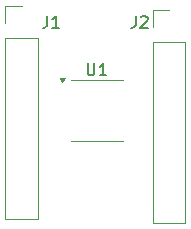
<source format=gbr>
%TF.GenerationSoftware,KiCad,Pcbnew,9.0.2*%
%TF.CreationDate,2025-05-30T20:37:56+08:00*%
%TF.ProjectId,magfire,6d616766-6972-4652-9e6b-696361645f70,rev?*%
%TF.SameCoordinates,Original*%
%TF.FileFunction,Legend,Top*%
%TF.FilePolarity,Positive*%
%FSLAX46Y46*%
G04 Gerber Fmt 4.6, Leading zero omitted, Abs format (unit mm)*
G04 Created by KiCad (PCBNEW 9.0.2) date 2025-05-30 20:37:56*
%MOMM*%
%LPD*%
G01*
G04 APERTURE LIST*
%ADD10C,0.150000*%
%ADD11C,0.120000*%
G04 APERTURE END LIST*
D10*
X151600595Y-102954819D02*
X151600595Y-103764342D01*
X151600595Y-103764342D02*
X151648214Y-103859580D01*
X151648214Y-103859580D02*
X151695833Y-103907200D01*
X151695833Y-103907200D02*
X151791071Y-103954819D01*
X151791071Y-103954819D02*
X151981547Y-103954819D01*
X151981547Y-103954819D02*
X152076785Y-103907200D01*
X152076785Y-103907200D02*
X152124404Y-103859580D01*
X152124404Y-103859580D02*
X152172023Y-103764342D01*
X152172023Y-103764342D02*
X152172023Y-102954819D01*
X153172023Y-103954819D02*
X152600595Y-103954819D01*
X152886309Y-103954819D02*
X152886309Y-102954819D01*
X152886309Y-102954819D02*
X152791071Y-103097676D01*
X152791071Y-103097676D02*
X152695833Y-103192914D01*
X152695833Y-103192914D02*
X152600595Y-103240533D01*
X155666666Y-98954819D02*
X155666666Y-99669104D01*
X155666666Y-99669104D02*
X155619047Y-99811961D01*
X155619047Y-99811961D02*
X155523809Y-99907200D01*
X155523809Y-99907200D02*
X155380952Y-99954819D01*
X155380952Y-99954819D02*
X155285714Y-99954819D01*
X156095238Y-99050057D02*
X156142857Y-99002438D01*
X156142857Y-99002438D02*
X156238095Y-98954819D01*
X156238095Y-98954819D02*
X156476190Y-98954819D01*
X156476190Y-98954819D02*
X156571428Y-99002438D01*
X156571428Y-99002438D02*
X156619047Y-99050057D01*
X156619047Y-99050057D02*
X156666666Y-99145295D01*
X156666666Y-99145295D02*
X156666666Y-99240533D01*
X156666666Y-99240533D02*
X156619047Y-99383390D01*
X156619047Y-99383390D02*
X156047619Y-99954819D01*
X156047619Y-99954819D02*
X156666666Y-99954819D01*
X148166666Y-98954819D02*
X148166666Y-99669104D01*
X148166666Y-99669104D02*
X148119047Y-99811961D01*
X148119047Y-99811961D02*
X148023809Y-99907200D01*
X148023809Y-99907200D02*
X147880952Y-99954819D01*
X147880952Y-99954819D02*
X147785714Y-99954819D01*
X149166666Y-99954819D02*
X148595238Y-99954819D01*
X148880952Y-99954819D02*
X148880952Y-98954819D01*
X148880952Y-98954819D02*
X148785714Y-99097676D01*
X148785714Y-99097676D02*
X148690476Y-99192914D01*
X148690476Y-99192914D02*
X148595238Y-99240533D01*
D11*
%TO.C,U1*%
X152362500Y-104340000D02*
X150162500Y-104340000D01*
X152362500Y-104340000D02*
X154562500Y-104340000D01*
X152362500Y-109560000D02*
X150162500Y-109560000D01*
X152362500Y-109560000D02*
X154562500Y-109560000D01*
X149462500Y-104540000D02*
X149222500Y-104210000D01*
X149702500Y-104210000D01*
X149462500Y-104540000D01*
G36*
X149462500Y-104540000D02*
G01*
X149222500Y-104210000D01*
X149702500Y-104210000D01*
X149462500Y-104540000D01*
G37*
%TO.C,J2*%
X157120000Y-98460000D02*
X158500000Y-98460000D01*
X157120000Y-99840000D02*
X157120000Y-98460000D01*
X157120000Y-101110000D02*
X157120000Y-116460000D01*
X157120000Y-101110000D02*
X159880000Y-101110000D01*
X157120000Y-116460000D02*
X159880000Y-116460000D01*
X159880000Y-101110000D02*
X159880000Y-116460000D01*
%TO.C,J1*%
X144620000Y-98120000D02*
X146000000Y-98120000D01*
X144620000Y-99500000D02*
X144620000Y-98120000D01*
X144620000Y-100770000D02*
X144620000Y-116120000D01*
X144620000Y-100770000D02*
X147380000Y-100770000D01*
X144620000Y-116120000D02*
X147380000Y-116120000D01*
X147380000Y-100770000D02*
X147380000Y-116120000D01*
%TD*%
M02*

</source>
